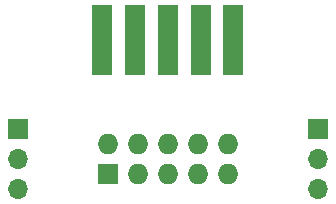
<source format=gts>
G04 #@! TF.GenerationSoftware,KiCad,Pcbnew,(5.1.8)-1*
G04 #@! TF.CreationDate,2021-01-08T23:48:15+01:00*
G04 #@! TF.ProjectId,Sega Master System,53656761-204d-4617-9374-657220537973,rev?*
G04 #@! TF.SameCoordinates,Original*
G04 #@! TF.FileFunction,Soldermask,Top*
G04 #@! TF.FilePolarity,Negative*
%FSLAX46Y46*%
G04 Gerber Fmt 4.6, Leading zero omitted, Abs format (unit mm)*
G04 Created by KiCad (PCBNEW (5.1.8)-1) date 2021-01-08 23:48:15*
%MOMM*%
%LPD*%
G01*
G04 APERTURE LIST*
%ADD10R,1.700000X6.000000*%
%ADD11R,1.700000X1.700000*%
%ADD12O,1.700000X1.700000*%
%ADD13O,1.727200X1.727200*%
%ADD14R,1.727200X1.727200*%
G04 APERTURE END LIST*
D10*
X136684500Y-78168500D03*
X139454500Y-78168500D03*
X142224500Y-78168500D03*
X144994500Y-78168500D03*
X147764500Y-78168500D03*
D11*
X154940000Y-85725000D03*
D12*
X154940000Y-88265000D03*
X154940000Y-90805000D03*
D13*
X147320000Y-86995000D03*
X144780000Y-86995000D03*
X142240000Y-86995000D03*
X139700000Y-86995000D03*
X137160000Y-86995000D03*
X147320000Y-89535000D03*
X144780000Y-89535000D03*
X142240000Y-89535000D03*
X139700000Y-89535000D03*
D14*
X137160000Y-89535000D03*
D12*
X129540000Y-90805000D03*
X129540000Y-88265000D03*
D11*
X129540000Y-85725000D03*
M02*

</source>
